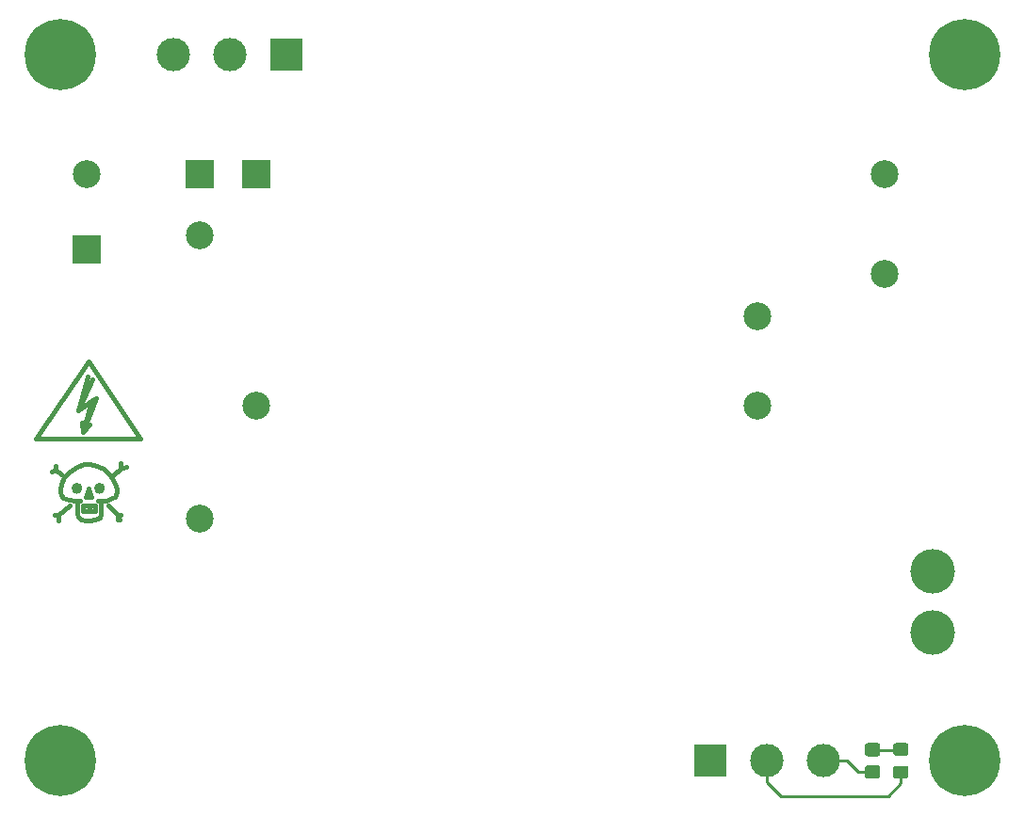
<source format=gbr>
G04 #@! TF.GenerationSoftware,KiCad,Pcbnew,(5.1.9)-1*
G04 #@! TF.CreationDate,2021-03-06T14:31:16+01:00*
G04 #@! TF.ProjectId,IoT12 Power Supply,496f5431-3220-4506-9f77-657220537570,rev?*
G04 #@! TF.SameCoordinates,Original*
G04 #@! TF.FileFunction,Copper,L1,Top*
G04 #@! TF.FilePolarity,Positive*
%FSLAX46Y46*%
G04 Gerber Fmt 4.6, Leading zero omitted, Abs format (unit mm)*
G04 Created by KiCad (PCBNEW (5.1.9)-1) date 2021-03-06 14:31:16*
%MOMM*%
%LPD*%
G01*
G04 APERTURE LIST*
G04 #@! TA.AperFunction,EtchedComponent*
%ADD10C,0.381000*%
G04 #@! TD*
G04 #@! TA.AperFunction,ComponentPad*
%ADD11R,2.500000X2.500000*%
G04 #@! TD*
G04 #@! TA.AperFunction,ComponentPad*
%ADD12C,2.500000*%
G04 #@! TD*
G04 #@! TA.AperFunction,ComponentPad*
%ADD13C,4.000000*%
G04 #@! TD*
G04 #@! TA.AperFunction,ComponentPad*
%ADD14C,0.800000*%
G04 #@! TD*
G04 #@! TA.AperFunction,ComponentPad*
%ADD15C,6.400000*%
G04 #@! TD*
G04 #@! TA.AperFunction,ComponentPad*
%ADD16C,3.000000*%
G04 #@! TD*
G04 #@! TA.AperFunction,ComponentPad*
%ADD17R,3.000000X3.000000*%
G04 #@! TD*
G04 #@! TA.AperFunction,Conductor*
%ADD18C,0.250000*%
G04 #@! TD*
G04 APERTURE END LIST*
D10*
X116967000Y-99822000D02*
X116967000Y-100203000D01*
X116967000Y-100203000D02*
X117094000Y-100203000D01*
X116078000Y-98933000D02*
X116967000Y-99822000D01*
X116967000Y-99822000D02*
X117221000Y-99822000D01*
X111379000Y-95758000D02*
X110998000Y-95885000D01*
X111379000Y-95758000D02*
X111379000Y-95377000D01*
X111887000Y-96139000D02*
X111379000Y-95758000D01*
X111633000Y-99822000D02*
X111633000Y-100330000D01*
X111633000Y-99822000D02*
X111252000Y-99822000D01*
X112649000Y-98933000D02*
X111633000Y-99822000D01*
X117221000Y-95631000D02*
X117729000Y-95504000D01*
X117221000Y-95631000D02*
X117221000Y-95123000D01*
X116586000Y-96139000D02*
X117221000Y-95631000D01*
X114427000Y-99060000D02*
X114427000Y-99314000D01*
X113792000Y-98933000D02*
X114935000Y-98933000D01*
X114935000Y-98933000D02*
X114935000Y-99441000D01*
X114935000Y-99441000D02*
X113792000Y-99441000D01*
X113792000Y-99441000D02*
X113792000Y-98933000D01*
X113567981Y-97409000D02*
G75*
G03*
X113567981Y-97409000I-283981J0D01*
G01*
X115599981Y-97409000D02*
G75*
G03*
X115599981Y-97409000I-283981J0D01*
G01*
X114300000Y-97409000D02*
X114554000Y-98171000D01*
X114554000Y-98171000D02*
X114046000Y-98171000D01*
X114046000Y-98171000D02*
X114300000Y-97409000D01*
X113284000Y-99695000D02*
X113411000Y-99949000D01*
X113411000Y-99949000D02*
X113665000Y-100203000D01*
X113665000Y-100203000D02*
X114046000Y-100330000D01*
X115443000Y-98552000D02*
X115443000Y-99314000D01*
X115443000Y-99314000D02*
X115443000Y-99695000D01*
X115443000Y-99695000D02*
X115316000Y-100076000D01*
X115316000Y-100076000D02*
X114935000Y-100203000D01*
X114935000Y-100203000D02*
X114427000Y-100330000D01*
X114427000Y-100330000D02*
X114046000Y-100330000D01*
X113284000Y-99695000D02*
X113284000Y-99314000D01*
X113284000Y-99314000D02*
X113284000Y-98552000D01*
X111760000Y-97790000D02*
X111887000Y-98044000D01*
X111887000Y-98044000D02*
X112014000Y-98298000D01*
X112014000Y-98298000D02*
X112522000Y-98425000D01*
X112522000Y-98425000D02*
X113157000Y-98552000D01*
X113157000Y-98552000D02*
X113538000Y-98552000D01*
X111760000Y-97790000D02*
X111760000Y-97536000D01*
X111760000Y-97536000D02*
X111887000Y-97028000D01*
X111887000Y-97028000D02*
X112141000Y-96393000D01*
X112141000Y-96393000D02*
X112649000Y-95885000D01*
X112649000Y-95885000D02*
X113284000Y-95504000D01*
X113284000Y-95504000D02*
X113919000Y-95250000D01*
X113919000Y-95250000D02*
X114427000Y-95250000D01*
X114427000Y-95250000D02*
X115062000Y-95377000D01*
X115062000Y-95377000D02*
X115697000Y-95631000D01*
X115697000Y-95631000D02*
X116205000Y-96139000D01*
X116205000Y-96139000D02*
X116459000Y-96520000D01*
X116459000Y-96520000D02*
X116713000Y-97028000D01*
X116713000Y-97028000D02*
X116840000Y-97409000D01*
X116840000Y-97409000D02*
X116840000Y-97790000D01*
X116840000Y-97790000D02*
X116713000Y-98171000D01*
X116713000Y-98171000D02*
X116459000Y-98298000D01*
X116459000Y-98298000D02*
X115951000Y-98552000D01*
X115951000Y-98552000D02*
X115570000Y-98552000D01*
X115570000Y-98552000D02*
X115189000Y-98552000D01*
X113802160Y-92369640D02*
X115001040Y-89270840D01*
X115001040Y-89270840D02*
X114401600Y-89669620D01*
X113400840Y-90370660D02*
X114701320Y-87569040D01*
X113802160Y-92369640D02*
X114401600Y-91671140D01*
X114200940Y-87370920D02*
X113400840Y-90370660D01*
X113400840Y-90370660D02*
X114599720Y-89570560D01*
X114599720Y-89570560D02*
X113802160Y-92369640D01*
X113802160Y-92369640D02*
X113700560Y-91470480D01*
X114300000Y-85979000D02*
X118999000Y-92964000D01*
X118999000Y-92964000D02*
X109601000Y-92964000D01*
X109601000Y-92964000D02*
X114300000Y-85979000D01*
G04 #@! TA.AperFunction,SMDPad,CuDef*
G36*
G01*
X185235001Y-121520000D02*
X184334999Y-121520000D01*
G75*
G02*
X184085000Y-121270001I0J249999D01*
G01*
X184085000Y-120569999D01*
G75*
G02*
X184334999Y-120320000I249999J0D01*
G01*
X185235001Y-120320000D01*
G75*
G02*
X185485000Y-120569999I0J-249999D01*
G01*
X185485000Y-121270001D01*
G75*
G02*
X185235001Y-121520000I-249999J0D01*
G01*
G37*
G04 #@! TD.AperFunction*
G04 #@! TA.AperFunction,SMDPad,CuDef*
G36*
G01*
X185235001Y-123520000D02*
X184334999Y-123520000D01*
G75*
G02*
X184085000Y-123270001I0J249999D01*
G01*
X184085000Y-122569999D01*
G75*
G02*
X184334999Y-122320000I249999J0D01*
G01*
X185235001Y-122320000D01*
G75*
G02*
X185485000Y-122569999I0J-249999D01*
G01*
X185485000Y-123270001D01*
G75*
G02*
X185235001Y-123520000I-249999J0D01*
G01*
G37*
G04 #@! TD.AperFunction*
G04 #@! TA.AperFunction,SMDPad,CuDef*
G36*
G01*
X187775001Y-121470000D02*
X186874999Y-121470000D01*
G75*
G02*
X186625000Y-121220001I0J249999D01*
G01*
X186625000Y-120569999D01*
G75*
G02*
X186874999Y-120320000I249999J0D01*
G01*
X187775001Y-120320000D01*
G75*
G02*
X188025000Y-120569999I0J-249999D01*
G01*
X188025000Y-121220001D01*
G75*
G02*
X187775001Y-121470000I-249999J0D01*
G01*
G37*
G04 #@! TD.AperFunction*
G04 #@! TA.AperFunction,SMDPad,CuDef*
G36*
G01*
X187775001Y-123520000D02*
X186874999Y-123520000D01*
G75*
G02*
X186625000Y-123270001I0J249999D01*
G01*
X186625000Y-122619999D01*
G75*
G02*
X186874999Y-122370000I249999J0D01*
G01*
X187775001Y-122370000D01*
G75*
G02*
X188025000Y-122619999I0J-249999D01*
G01*
X188025000Y-123270001D01*
G75*
G02*
X187775001Y-123520000I-249999J0D01*
G01*
G37*
G04 #@! TD.AperFunction*
D11*
X129413000Y-69151500D03*
D12*
X174413000Y-81951500D03*
X129413000Y-89951500D03*
X174413000Y-89951500D03*
X124333000Y-74651500D03*
X185833000Y-78151500D03*
D11*
X124333000Y-69151500D03*
D12*
X185833000Y-69151500D03*
X124333000Y-100151500D03*
D13*
X190198400Y-104914200D03*
D12*
X114198400Y-69164200D03*
D13*
X190198400Y-110414200D03*
D11*
X114198400Y-75914200D03*
D14*
X113457056Y-120222944D03*
X111760000Y-119520000D03*
X110062944Y-120222944D03*
X109360000Y-121920000D03*
X110062944Y-123617056D03*
X111760000Y-124320000D03*
X113457056Y-123617056D03*
X114160000Y-121920000D03*
D15*
X111760000Y-121920000D03*
D14*
X113457056Y-56722944D03*
X111760000Y-56020000D03*
X110062944Y-56722944D03*
X109360000Y-58420000D03*
X110062944Y-60117056D03*
X111760000Y-60820000D03*
X113457056Y-60117056D03*
X114160000Y-58420000D03*
D15*
X111760000Y-58420000D03*
D14*
X194737056Y-120222944D03*
X193040000Y-119520000D03*
X191342944Y-120222944D03*
X190640000Y-121920000D03*
X191342944Y-123617056D03*
X193040000Y-124320000D03*
X194737056Y-123617056D03*
X195440000Y-121920000D03*
D15*
X193040000Y-121920000D03*
D14*
X194737056Y-56722944D03*
X193040000Y-56020000D03*
X191342944Y-56722944D03*
X190640000Y-58420000D03*
X191342944Y-60117056D03*
X193040000Y-60820000D03*
X194737056Y-60117056D03*
X195440000Y-58420000D03*
D15*
X193040000Y-58420000D03*
D16*
X180340000Y-121920000D03*
X175260000Y-121920000D03*
D17*
X170180000Y-121920000D03*
D16*
X121920000Y-58420000D03*
X127000000Y-58420000D03*
D17*
X132080000Y-58420000D03*
D18*
X186182000Y-125095000D02*
X187325000Y-123952000D01*
X176530000Y-125095000D02*
X186182000Y-125095000D01*
X175260000Y-123825000D02*
X176530000Y-125095000D01*
X187325000Y-123952000D02*
X187325000Y-122945000D01*
X175260000Y-121920000D02*
X175260000Y-123825000D01*
X182499000Y-121920000D02*
X180340000Y-121920000D01*
X183499000Y-122920000D02*
X182499000Y-121920000D01*
X184785000Y-122920000D02*
X183499000Y-122920000D01*
X187300000Y-120920000D02*
X187325000Y-120895000D01*
X184785000Y-120920000D02*
X187300000Y-120920000D01*
M02*

</source>
